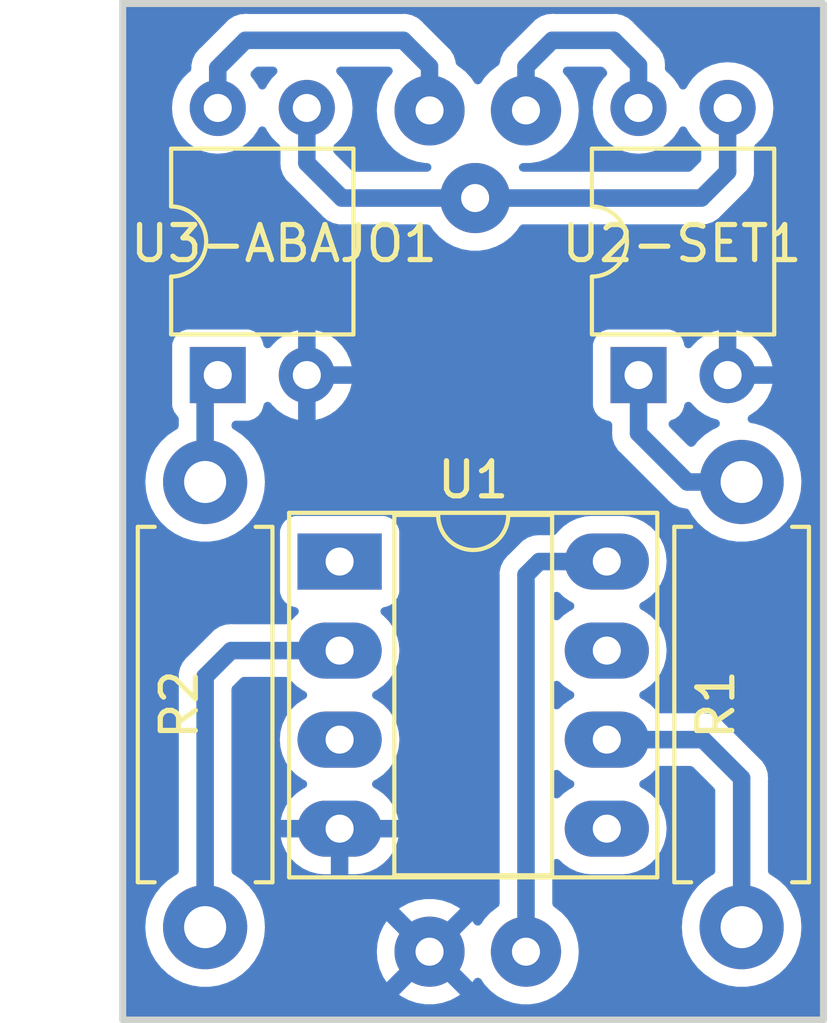
<source format=kicad_pcb>
(kicad_pcb (version 20221018) (generator pcbnew)
  (layers (0 "F.Cu" signal) (31 "B.Cu" signal) (34 "B.Paste" user) (35 "F.Paste" user) (36 "B.SilkS" user "B.Silkscreen") (37 "F.SilkS" user "F.Silkscreen") (38 "B.Mask" user) (39 "F.Mask" user) (44 "Edge.Cuts" user))
  (net 0 "")
  (net 4 "Net-(U1-PB1)")
  (net 5 "Net-(R1-Pad2)")
  (net 6 "Net-(R2-Pad2)")
  (net 7 "Net-(H1-SET+1-Pad1)")
  (net 8 "Net-(H2-ABAJO+1-Pad1)")
  (net 9 "Net-(H3-GND1-Pad1)")
  (net 10 "Net-(U1-PB3)")
  (net 12 "Net-(U1-VCC)")
  (net 13 "GND")
  (footprint "Resistor_THT:R_Axial_DIN0411_L9.9mm_D3.6mm_P12.70mm_Horizontal" (layer "F.Cu") (at 138.1 106.55 90)
    (fp_text reference "R2" (at 6.35 -0.735 90) (layer "F.SilkS"))
    (fp_text value "180 ohms")
    (fp_line (start 1.28 -1.92) (end 11.42 -1.92) (stroke (width 0.12)) (layer "F.SilkS"))
    (fp_line (start 1.28 -1.44) (end 1.28 -1.92) (stroke (width 0.12)) (layer "F.SilkS"))
    (fp_line (start 1.28 1.44) (end 1.28 1.92) (stroke (width 0.12)) (layer "F.SilkS"))
    (fp_line (start 1.28 1.92) (end 11.42 1.92) (stroke (width 0.12)) (layer "F.SilkS"))
    (fp_line (start 11.42 -1.92) (end 11.42 -1.44) (stroke (width 0.12)) (layer "F.SilkS"))
    (fp_line (start 11.42 1.92) (end 11.42 1.44) (stroke (width 0.12)) (layer "F.SilkS"))
    (pad "1" thru_hole circle (at 0 0 90) (size 2.4 2.4) (drill 1.2) (layers "*.Cu" "*.Mask") (net 10 "Net-(U1-PB3)"))
    (pad "2" thru_hole oval (at 12.7 0 90) (size 2.4 2.4) (drill 1.2) (layers "*.Cu" "*.Mask") (net 6 "Net-(R2-Pad2)"))
  )
  (footprint "Package_DIP:DIP-8_W7.62mm_Socket_LongPads" (layer "F.Cu") (at 141.935 96.12)
    (fp_text reference "U1" (at 3.81 -2.33) (layer "F.SilkS"))
    (fp_text value "ATtiny13A-P")
    (fp_line (start -1.44 -1.39) (end -1.44 9.01) (stroke (width 0.12)) (layer "F.SilkS"))
    (fp_line (start -1.44 9.01) (end 9.06 9.01) (stroke (width 0.12)) (layer "F.SilkS"))
    (fp_line (start 1.56 -1.33) (end 1.56 8.95) (stroke (width 0.12)) (layer "F.SilkS"))
    (fp_line (start 1.56 8.95) (end 6.06 8.95) (stroke (width 0.12)) (layer "F.SilkS"))
    (fp_line (start 2.81 -1.33) (end 1.56 -1.33) (stroke (width 0.12)) (layer "F.SilkS"))
    (fp_line (start 6.06 -1.33) (end 4.81 -1.33) (stroke (width 0.12)) (layer "F.SilkS"))
    (fp_line (start 6.06 8.95) (end 6.06 -1.33) (stroke (width 0.12)) (layer "F.SilkS"))
    (fp_line (start 9.06 -1.39) (end -1.44 -1.39) (stroke (width 0.12)) (layer "F.SilkS"))
    (fp_line (start 9.06 9.01) (end 9.06 -1.39) (stroke (width 0.12)) (layer "F.SilkS"))
    (fp_arc (start 4.81 -1.33) (mid 3.81 -0.33) (end 2.81 -1.33) (stroke (width 0.12)) (layer "F.SilkS"))
    (pad "1" thru_hole rect (at 0 0) (size 2.4 1.6) (drill 0.8) (layers "*.Cu" "*.Mask"))
    (pad "2" thru_hole oval (at 0 2.54) (size 2.4 1.6) (drill 0.8) (layers "*.Cu" "*.Mask") (net 10 "Net-(U1-PB3)"))
    (pad "3" thru_hole oval (at 0 5.08) (size 2.4 1.6) (drill 0.8) (layers "*.Cu" "*.Mask"))
    (pad "4" thru_hole oval (at 0 7.62) (size 2.4 1.6) (drill 0.8) (layers "*.Cu" "*.Mask") (net 13 "GND"))
    (pad "5" thru_hole oval (at 7.62 7.62) (size 2.4 1.6) (drill 0.8) (layers "*.Cu" "*.Mask"))
    (pad "6" thru_hole oval (at 7.62 5.08) (size 2.4 1.6) (drill 0.8) (layers "*.Cu" "*.Mask") (net 4 "Net-(U1-PB1)"))
    (pad "7" thru_hole oval (at 7.62 2.54) (size 2.4 1.6) (drill 0.8) (layers "*.Cu" "*.Mask"))
    (pad "8" thru_hole oval (at 7.62 0) (size 2.4 1.6) (drill 0.8) (layers "*.Cu" "*.Mask") (net 12 "Net-(U1-VCC)"))
  )
  (footprint "MountingHole:MountingHole_2.2mm_M2_DIN965_Pad" (layer "F.Cu") (at 144.5 107.25 180)
    (fp_text reference "H5-GND1" hide)
    (fp_text value "MountingHole_Pad" hide)
    (pad "1" thru_hole circle (at 0 0 180) (size 2 2) (drill 0.8) (layers "*.Cu" "*.Mask") (net 13 "GND"))
  )
  (footprint "Package_DIP:DIP-4_W7.62mm" (layer "F.Cu") (at 150.46 90.8 90)
    (fp_text reference "U2-SET1" (at 3.75 1.24 180) (layer "F.SilkS"))
    (fp_text value "PC817")
    (fp_line (start 1.16 -1.33) (end 1.16 3.87) (stroke (width 0.12)) (layer "F.SilkS"))
    (fp_line (start 1.16 3.87) (end 6.46 3.87) (stroke (width 0.12)) (layer "F.SilkS"))
    (fp_line (start 2.81 -1.33) (end 1.16 -1.33) (stroke (width 0.12)) (layer "F.SilkS"))
    (fp_line (start 6.46 -1.33) (end 4.81 -1.33) (stroke (width 0.12)) (layer "F.SilkS"))
    (fp_line (start 6.46 3.87) (end 6.46 -1.33) (stroke (width 0.12)) (layer "F.SilkS"))
    (fp_arc (start 4.81 -1.33) (mid 3.81 -0.33) (end 2.81 -1.33) (stroke (width 0.12)) (layer "F.SilkS"))
    (pad "1" thru_hole rect (at 0 0 90) (size 1.6 1.6) (drill 0.8) (layers "*.Cu" "*.Mask") (net 5 "Net-(R1-Pad2)"))
    (pad "2" thru_hole oval (at 0 2.54 90) (size 1.6 1.6) (drill 0.8) (layers "*.Cu" "*.Mask") (net 13 "GND"))
    (pad "3" thru_hole oval (at 7.62 2.54 90) (size 1.6 1.6) (drill 0.8) (layers "*.Cu" "*.Mask") (net 9 "Net-(H3-GND1-Pad1)"))
    (pad "4" thru_hole oval (at 7.62 0 90) (size 1.6 1.6) (drill 0.8) (layers "*.Cu" "*.Mask") (net 7 "Net-(H1-SET+1-Pad1)"))
  )
  (footprint "MountingHole:MountingHole_2.2mm_M2_DIN965_Pad" (layer "F.Cu") (at 132.5 86.75)
    (fp_text reference "H2-ABAJO+1" hide)
    (fp_text value "MountingHole_Pad" hide)
    (pad "1" thru_hole circle (at 12 -3.5) (size 2 2) (drill 0.8) (layers "*.Cu" "*.Mask") (net 8 "Net-(H2-ABAJO+1-Pad1)"))
  )
  (footprint "Resistor_THT:R_Axial_DIN0411_L9.9mm_D3.6mm_P12.70mm_Horizontal" (layer "F.Cu") (at 153.4 106.55 90)
    (fp_text reference "R1" (at 6.35 -0.735 90) (layer "F.SilkS"))
    (fp_text value "180 ohms")
    (fp_line (start 1.28 -1.92) (end 11.42 -1.92) (stroke (width 0.12)) (layer "F.SilkS"))
    (fp_line (start 1.28 -1.44) (end 1.28 -1.92) (stroke (width 0.12)) (layer "F.SilkS"))
    (fp_line (start 1.28 1.44) (end 1.28 1.92) (stroke (width 0.12)) (layer "F.SilkS"))
    (fp_line (start 1.28 1.92) (end 11.42 1.92) (stroke (width 0.12)) (layer "F.SilkS"))
    (fp_line (start 11.42 -1.92) (end 11.42 -1.44) (stroke (width 0.12)) (layer "F.SilkS"))
    (fp_line (start 11.42 1.92) (end 11.42 1.44) (stroke (width 0.12)) (layer "F.SilkS"))
    (pad "1" thru_hole circle (at 0 0 90) (size 2.4 2.4) (drill 1.2) (layers "*.Cu" "*.Mask") (net 4 "Net-(U1-PB1)"))
    (pad "2" thru_hole oval (at 12.7 0 90) (size 2.4 2.4) (drill 1.2) (layers "*.Cu" "*.Mask") (net 5 "Net-(R1-Pad2)"))
  )
  (footprint "Package_DIP:DIP-4_W7.62mm" (layer "F.Cu") (at 138.46 90.8 90)
    (fp_text reference "U3-ABAJO1" (at 3.75 1.89 180) (layer "F.SilkS"))
    (fp_text value "PC817")
    (fp_line (start 1.16 -1.33) (end 1.16 3.87) (stroke (width 0.12)) (layer "F.SilkS"))
    (fp_line (start 1.16 3.87) (end 6.46 3.87) (stroke (width 0.12)) (layer "F.SilkS"))
    (fp_line (start 2.81 -1.33) (end 1.16 -1.33) (stroke (width 0.12)) (layer "F.SilkS"))
    (fp_line (start 6.46 -1.33) (end 4.81 -1.33) (stroke (width 0.12)) (layer "F.SilkS"))
    (fp_line (start 6.46 3.87) (end 6.46 -1.33) (stroke (width 0.12)) (layer "F.SilkS"))
    (fp_arc (start 4.81 -1.33) (mid 3.81 -0.33) (end 2.81 -1.33) (stroke (width 0.12)) (layer "F.SilkS"))
    (pad "1" thru_hole rect (at 0 0 90) (size 1.6 1.6) (drill 0.8) (layers "*.Cu" "*.Mask") (net 6 "Net-(R2-Pad2)"))
    (pad "2" thru_hole oval (at 0 2.54 90) (size 1.6 1.6) (drill 0.8) (layers "*.Cu" "*.Mask") (net 13 "GND"))
    (pad "3" thru_hole oval (at 7.62 2.54 90) (size 1.6 1.6) (drill 0.8) (layers "*.Cu" "*.Mask") (net 9 "Net-(H3-GND1-Pad1)"))
    (pad "4" thru_hole oval (at 7.62 0 90) (size 1.6 1.6) (drill 0.8) (layers "*.Cu" "*.Mask") (net 8 "Net-(H2-ABAJO+1-Pad1)"))
  )
  (footprint "MountingHole:MountingHole_2.2mm_M2_DIN965_Pad" (layer "F.Cu") (at 145.8 85.75)
    (fp_text reference "H3-GND1" hide)
    (fp_text value "MountingHole_Pad" hide)
    (pad "1" thru_hole circle (at 0 0) (size 2 2) (drill 0.8) (layers "*.Cu" "*.Mask") (net 9 "Net-(H3-GND1-Pad1)"))
  )
  (footprint "MountingHole:MountingHole_2.2mm_M2_DIN965_Pad" (layer "F.Cu") (at 132.5 81.4)
    (fp_text reference "H1-SET+1" hide)
    (fp_text value "MountingHole_Pad" hide)
    (pad "1" thru_hole circle (at 14.75 1.85) (size 2 2) (drill 0.8) (layers "*.Cu" "*.Mask") (net 7 "Net-(H1-SET+1-Pad1)"))
  )
  (footprint "MountingHole:MountingHole_2.2mm_M2_DIN965_Pad" (layer "F.Cu") (at 147.25 107.25 180)
    (fp_text reference "H4-VCC1" hide)
    (fp_text value "MountingHole_Pad" hide)
    (pad "1" thru_hole circle (at 0 0 180) (size 2 2) (drill 0.8) (layers "*.Cu" "*.Mask") (net 12 "Net-(U1-VCC)"))
  )
  (gr_rect (start 135.75 80.2) (end 155.735 109.2) (stroke (width 0.2)) (fill none) (layer "Edge.Cuts"))
  (segment (start 152.3 101.2) (end 153.4 102.3) (width 0.5) (layer "B.Cu") (net 4))
  (segment (start 153.4 102.3) (end 153.4 106.55) (width 0.5) (layer "B.Cu") (net 4))
  (segment (start 149.555 101.2) (end 152.3 101.2) (width 0.5) (layer "B.Cu") (net 4))
  (segment (start 150.46 92.46) (end 151.85 93.85) (width 0.5) (layer "B.Cu") (net 5))
  (segment (start 151.85 93.85) (end 153.4 93.85) (width 0.5) (layer "B.Cu") (net 5))
  (segment (start 150.46 90.8) (end 150.46 92.46) (width 0.5) (layer "B.Cu") (net 5))
  (segment (start 138.1 93.85) (end 138.1 91.16) (width 0.5) (layer "B.Cu") (net 6))
  (segment (start 138.1 91.16) (end 138.46 90.8) (width 0.5) (layer "B.Cu") (net 6))
  (segment (start 147.25 83.25) (end 147.25 82) (width 0.5) (layer "B.Cu") (net 7))
  (segment (start 149.75 81.25) (end 150.46 81.96) (width 0.5) (layer "B.Cu") (net 7))
  (segment (start 150.46 81.96) (end 150.46 83.18) (width 0.5) (layer "B.Cu") (net 7))
  (segment (start 148 81.25) (end 149.75 81.25) (width 0.5) (layer "B.Cu") (net 7))
  (segment (start 147.25 82) (end 148 81.25) (width 0.5) (layer "B.Cu") (net 7))
  (segment (start 138.46 83.18) (end 138.46 82.04) (width 0.5) (layer "B.Cu") (net 8))
  (segment (start 139.25 81.25) (end 143.75 81.25) (width 0.5) (layer "B.Cu") (net 8))
  (segment (start 143.75 81.25) (end 144.5 82) (width 0.5) (layer "B.Cu") (net 8))
  (segment (start 138.46 82.04) (end 139.25 81.25) (width 0.5) (layer "B.Cu") (net 8))
  (segment (start 144.5 82) (end 144.5 83.25) (width 0.5) (layer "B.Cu") (net 8))
  (segment (start 142 85.75) (end 145.8 85.75) (width 0.5) (layer "B.Cu") (net 9))
  (segment (start 141 84.75) (end 142 85.75) (width 0.5) (layer "B.Cu") (net 9))
  (segment (start 152.25 85.75) (end 153 85) (width 0.5) (layer "B.Cu") (net 9))
  (segment (start 145.8 85.75) (end 152.25 85.75) (width 0.5) (layer "B.Cu") (net 9))
  (segment (start 153 85) (end 153 83.18) (width 0.5) (layer "B.Cu") (net 9))
  (segment (start 141 83.18) (end 141 84.75) (width 0.5) (layer "B.Cu") (net 9))
  (segment (start 138.1 106.55) (end 138.1 99.4) (width 0.5) (layer "B.Cu") (net 10))
  (segment (start 138.84 98.66) (end 141.935 98.66) (width 0.5) (layer "B.Cu") (net 10))
  (segment (start 138.1 99.4) (end 138.84 98.66) (width 0.5) (layer "B.Cu") (net 10))
  (segment (start 147.63 96.12) (end 147.25 96.5) (width 0.5) (layer "B.Cu") (net 12))
  (segment (start 147.25 96.5) (end 147.25 107.25) (width 0.5) (layer "B.Cu") (net 12))
  (segment (start 149.555 96.12) (end 147.63 96.12) (width 0.5) (layer "B.Cu") (net 12))
  (zone (net 13) (net_name "GND") (layer "B.Cu") (connect_pads (clearance 0.5)) (min_thickness 0.25) (fill yes (thermal_gap 0.5) (thermal_bridge_width 0.5) (island_removal_mode 1) (island_area_min 10))
    (polygon (pts (xy 135.75 80.25) (xy 155.75 80.25) (xy 155.75 109.25) (xy 135.75 109.25)))
  )
)
</source>
